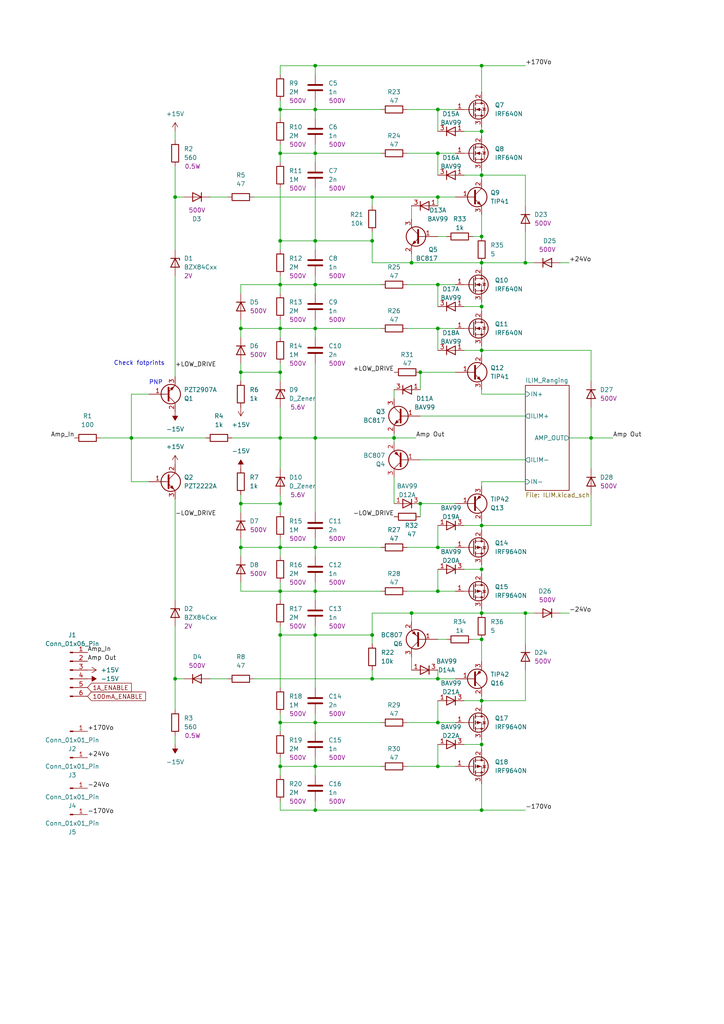
<source format=kicad_sch>
(kicad_sch (version 20231120) (generator "eeschema") (generator_version "8.0")
  (paper "A4" portrait)
  (title_block (title "DSMU A2 - Amplifier Board, Power Stage") (rev "DRAFT") (company "Fuckup Industries"))
  (lib_symbols
    (symbol "Connector:Conn_01x01_Pin" (pin_names (offset 1.016) hide)
      (property "Reference" "J" (at 0 2.54 0))
      (property "Value" "Conn_01x01_Pin" (at 0 -2.54 0))
      (symbol "Conn_01x01_Pin_1_1"
        (pin passive line (at 5.08 0 180) (length 3.81) (name "Pin_1") (number "1"))
      )
    )
    (symbol "Connector:Conn_01x06_Pin" (pin_names (offset 1.016) hide)
      (property "Reference" "J" (at 0 7.62 0))
      (property "Value" "Conn_01x06_Pin" (at 0 -10.16 0))
      (symbol "Conn_01x06_Pin_1_1"
        (pin passive line (at 5.08 5.08 180) (length 3.81) (name "Pin_1") (number "1"))
        (pin passive line (at 5.08 2.54 180) (length 3.81) (name "Pin_2") (number "2"))
        (pin passive line (at 5.08 0 180) (length 3.81) (name "Pin_3") (number "3"))
        (pin passive line (at 5.08 -2.54 180) (length 3.81) (name "Pin_4") (number "4"))
        (pin passive line (at 5.08 -5.08 180) (length 3.81) (name "Pin_5") (number "5"))
        (pin passive line (at 5.08 -7.62 180) (length 3.81) (name "Pin_6") (number "6"))
      )
    )
    (symbol "Device:C" (pin_numbers hide) (pin_names (offset 0.254))
      (property "Reference" "C" (at 0.635 2.54 0))
      (property "Value" "C" (at 0.635 -2.54 0))
      (symbol "C_1_1"
        (pin passive line (at 0 3.81 270) (length 2.794) (name "~") (number "1"))
        (pin passive line (at 0 -3.81 90) (length 2.794) (name "~") (number "2"))
      )
    )
    (symbol "Device:D" (pin_numbers hide) (pin_names (offset 1.016) hide)
      (property "Reference" "D" (at 0 2.54 0))
      (property "Value" "D" (at 0 -2.54 0))
      (symbol "D_1_1"
        (pin passive line (at -3.81 0 0) (length 2.54) (name "K") (number "1"))
        (pin passive line (at 3.81 0 180) (length 2.54) (name "A") (number "2"))
      )
    )
    (symbol "Device:D_Dual_Series_AKC_Split" (pin_names (offset 0.762) hide)
      (property "Reference" "D" (at 0 2.54 0))
      (property "Value" "D_Dual_Series_AKC_Split" (at 0 -2.54 0))
      (symbol "D_Dual_Series_AKC_Split_0_1"
        (pin passive line (at 3.81 0 180) (length 2.54) (name "K") (number "3"))
      )
      (symbol "D_Dual_Series_AKC_Split_1_1"
        (pin passive line (at -3.81 0 0) (length 2.54) (name "A") (number "1"))
      )
      (symbol "D_Dual_Series_AKC_Split_2_1"
        (pin passive line (at -3.81 0 0) (length 2.54) (name "K") (number "2"))
      )
    )
    (symbol "Device:D_Zener" (pin_numbers hide) (pin_names (offset 1.016) hide)
      (property "Reference" "D" (at 0 2.54 0))
      (property "Value" "D_Zener" (at 0 -2.54 0))
      (symbol "D_Zener_1_1"
        (pin passive line (at -3.81 0 0) (length 2.54) (name "K") (number "1"))
        (pin passive line (at 3.81 0 180) (length 2.54) (name "A") (number "2"))
      )
    )
    (symbol "Device:R" (pin_numbers hide) (pin_names (offset 0))
      (property "Reference" "R" (at 2.032 0 90))
      (property "Value" "R" (at 0 0 90))
      (symbol "R_1_1"
        (pin passive line (at 0 3.81 270) (length 1.27) (name "~") (number "1"))
        (pin passive line (at 0 -3.81 90) (length 1.27) (name "~") (number "2"))
      )
    )
    (symbol "Diode:BZX84Cxx" (pin_numbers hide) (pin_names hide)
      (property "Reference" "D" (at 0 3.81 0))
      (property "Value" "BZX84Cxx" (at 0 -3.81 0))
      (symbol "BZX84Cxx_1_1"
        (pin passive line (at 3.81 0 180) (length 2.54) (name "A") (number "1"))
        (pin no_connect line (at 1.27 0 180) (length 2.54) hide (name "NC") (number "2"))
        (pin passive line (at -3.81 0 0) (length 2.54) (name "K") (number "3"))
      )
    )
    (symbol "Transistor_BJT:BC807" (pin_names (offset 0) hide)
      (property "Reference" "Q" (at 5.08 1.905 0))
      (property "Value" "BC807" (at 5.08 0 0))
      (symbol "BC807_1_1"
        (pin input line (at -5.08 0 0) (length 5.715) (name "B") (number "1"))
        (pin passive line (at 2.54 -5.08 90) (length 2.54) (name "E") (number "2"))
        (pin passive line (at 2.54 5.08 270) (length 2.54) (name "C") (number "3"))
      )
    )
    (symbol "Transistor_BJT:BC817" (pin_names (offset 0) hide)
      (property "Reference" "Q" (at 5.08 1.905 0))
      (property "Value" "BC817" (at 5.08 0 0))
      (symbol "BC817_1_1"
        (pin input line (at -5.08 0 0) (length 5.715) (name "B") (number "1"))
        (pin passive line (at 2.54 -5.08 90) (length 2.54) (name "E") (number "2"))
        (pin passive line (at 2.54 5.08 270) (length 2.54) (name "C") (number "3"))
      )
    )
    (symbol "Transistor_BJT:PZT2222A" (pin_names (offset 0) hide)
      (property "Reference" "Q" (at 5.08 1.905 0))
      (property "Value" "PZT2222A" (at 5.08 0 0))
      (symbol "PZT2222A_1_1"
        (pin input line (at -5.08 0 0) (length 5.08) (name "B") (number "1"))
        (pin passive line (at 2.54 5.08 270) (length 2.54) (name "C") (number "2"))
        (pin passive line (at 2.54 -5.08 90) (length 2.54) (name "E") (number "3"))
      )
    )
    (symbol "Transistor_BJT:TIP41" (pin_names (offset 0) hide)
      (property "Reference" "Q" (at 6.35 1.905 0))
      (property "Value" "TIP41" (at 6.35 0 0))
      (symbol "TIP41_1_1"
        (pin input line (at -5.08 0 0) (length 5.715) (name "B") (number "1"))
        (pin passive line (at 2.54 5.08 270) (length 2.54) (name "C") (number "2"))
        (pin passive line (at 2.54 -5.08 90) (length 2.54) (name "E") (number "3"))
      )
    )
    (symbol "Transistor_BJT:TIP42" (pin_names (offset 0) hide)
      (property "Reference" "Q" (at 6.35 1.905 0))
      (property "Value" "TIP42" (at 6.35 0 0))
      (symbol "TIP42_1_1"
        (pin input line (at -5.08 0 0) (length 5.715) (name "B") (number "1"))
        (pin passive line (at 2.54 5.08 270) (length 2.54) (name "C") (number "2"))
        (pin passive line (at 2.54 -5.08 90) (length 2.54) (name "E") (number "3"))
      )
    )
    (symbol "Transistor_FET:IRF540N" (pin_names hide)
      (property "Reference" "Q" (at 6.35 1.905 0))
      (property "Value" "IRF540N" (at 6.35 0 0))
      (symbol "IRF540N_1_1"
        (pin input line (at -5.08 0 0) (length 2.54) (name "G") (number "1"))
        (pin passive line (at 2.54 5.08 270) (length 2.54) (name "D") (number "2"))
        (pin passive line (at 2.54 -5.08 90) (length 2.54) (name "S") (number "3"))
      )
    )
    (symbol "Transistor_FET:IRF9540N" (pin_names hide)
      (property "Reference" "Q" (at 5.08 1.905 0))
      (property "Value" "IRF9540N" (at 5.08 0 0))
      (symbol "IRF9540N_1_1"
        (pin input line (at -5.08 0 0) (length 2.54) (name "G") (number "1"))
        (pin passive line (at 2.54 5.08 270) (length 2.54) (name "D") (number "2"))
        (pin passive line (at 2.54 -5.08 90) (length 2.54) (name "S") (number "3"))
      )
    )
    (symbol "power:+15V" (power) (pin_names (offset 0))
      (property "Value" "+15V" (at 0 3.556 0))
      (symbol "+15V_1_1"
        (pin power_in line (at 0 0 90) (length 0) hide (name "+15V") (number "1"))
      )
    )
    (symbol "power:-15V" (power) (pin_names (offset 0))
      (property "Value" "-15V" (at 0 3.81 0))
      (symbol "-15V_0_0"
        (pin power_in line (at 0 0 90) (length 0) hide (name "-15V") (number "1"))
      )
    )
  )
  (junction (at 91.44 19.05))
  (junction (at 81.28 31.75))
  (junction (at 127 209.55))
  (junction (at 81.28 69.85))
  (junction (at 139.7 101.6))
  (junction (at 81.28 107.95))
  (junction (at 50.8 57.15))
  (junction (at 107.95 57.15))
  (junction (at 69.85 107.95))
  (junction (at 139.7 215.9))
  (junction (at 81.28 127))
  (junction (at 139.7 234.95))
  (junction (at 119.38 177.8))
  (junction (at 127 31.75))
  (junction (at 119.38 76.2))
  (junction (at 91.44 31.75))
  (junction (at 69.85 158.75))
  (junction (at 127 95.25))
  (junction (at 139.7 19.05))
  (junction (at 127 158.75))
  (junction (at 152.4 76.2))
  (junction (at 81.28 222.25))
  (junction (at 127 222.25))
  (junction (at 91.44 171.45))
  (junction (at 91.44 209.55))
  (junction (at 81.28 95.25))
  (junction (at 91.44 69.85))
  (junction (at 107.95 69.85))
  (junction (at 107.95 184.15))
  (junction (at 81.28 158.75))
  (junction (at 171.45 127))
  (junction (at 139.7 68.58))
  (junction (at 139.7 165.1))
  (junction (at 81.28 209.55))
  (junction (at 81.28 171.45))
  (junction (at 127 196.85))
  (junction (at 127 171.45))
  (junction (at 69.85 146.05))
  (junction (at 121.92 146.05))
  (junction (at 91.44 82.55))
  (junction (at 38.1 127))
  (junction (at 91.44 184.15))
  (junction (at 91.44 127))
  (junction (at 107.95 196.85))
  (junction (at 121.92 107.95))
  (junction (at 139.7 177.8))
  (junction (at 69.85 95.25))
  (junction (at 139.7 203.2))
  (junction (at 139.7 38.1))
  (junction (at 50.8 196.85))
  (junction (at 114.3 127))
  (junction (at 127 44.45))
  (junction (at 81.28 146.05))
  (junction (at 91.44 44.45))
  (junction (at 91.44 234.95))
  (junction (at 91.44 158.75))
  (junction (at 139.7 76.2))
  (junction (at 81.28 184.15))
  (junction (at 91.44 222.25))
  (junction (at 127 57.15))
  (junction (at 139.7 185.42))
  (junction (at 81.28 44.45))
  (junction (at 127 82.55))
  (junction (at 139.7 50.8))
  (junction (at 152.4 177.8))
  (junction (at 139.7 88.9))
  (junction (at 139.7 152.4))
  (junction (at 91.44 95.25))
  (junction (at 81.28 82.55))
  (wire (pts (xy 127 171.45) (xy 132.08 171.45)))
  (wire (pts (xy 81.28 19.05) (xy 91.44 19.05)))
  (wire (pts (xy 81.28 107.95) (xy 81.28 110.49)))
  (wire (pts (xy 69.85 107.95) (xy 69.85 110.49)))
  (wire (pts (xy 107.95 76.2) (xy 119.38 76.2)))
  (wire (pts (xy 81.28 29.21) (xy 81.28 31.75)))
  (wire (pts (xy 139.7 176.53) (xy 139.7 177.8)))
  (wire (pts (xy 81.28 69.85) (xy 81.28 72.39)))
  (wire (pts (xy 81.28 171.45) (xy 81.28 173.99)))
  (wire (pts (xy 139.7 76.2) (xy 152.4 76.2)))
  (wire (pts (xy 91.44 41.91) (xy 91.44 44.45)))
  (wire (pts (xy 81.28 31.75) (xy 91.44 31.75)))
  (wire (pts (xy 127 196.85) (xy 132.08 196.85)))
  (wire (pts (xy 50.8 57.15) (xy 50.8 72.39)))
  (wire (pts (xy 91.44 44.45) (xy 91.44 46.99)))
  (wire (pts (xy 127 209.55) (xy 132.08 209.55)))
  (wire (pts (xy 134.62 203.2) (xy 139.7 203.2)))
  (wire (pts (xy 127 44.45) (xy 132.08 44.45)))
  (wire (pts (xy 50.8 48.26) (xy 50.8 57.15)))
  (wire (pts (xy 91.44 54.61) (xy 91.44 69.85)))
  (wire (pts (xy 91.44 219.71) (xy 91.44 222.25)))
  (wire (pts (xy 81.28 207.01) (xy 81.28 209.55)))
  (wire (pts (xy 162.56 177.8) (xy 165.1 177.8)))
  (wire (pts (xy 139.7 152.4) (xy 139.7 153.67)))
  (wire (pts (xy 91.44 171.45) (xy 110.49 171.45)))
  (wire (pts (xy 91.44 209.55) (xy 110.49 209.55)))
  (wire (pts (xy 171.45 101.6) (xy 139.7 101.6)))
  (wire (pts (xy 81.28 31.75) (xy 81.28 34.29)))
  (wire (pts (xy 107.95 196.85) (xy 127 196.85)))
  (wire (pts (xy 81.28 41.91) (xy 81.28 44.45)))
  (wire (pts (xy 118.11 31.75) (xy 127 31.75)))
  (wire (pts (xy 114.3 127) (xy 120.65 127)))
  (wire (pts (xy 50.8 181.61) (xy 50.8 196.85)))
  (wire (pts (xy 91.44 97.79) (xy 91.44 95.25)))
  (wire (pts (xy 50.8 196.85) (xy 50.8 205.74)))
  (wire (pts (xy 121.92 146.05) (xy 132.08 146.05)))
  (wire (pts (xy 81.28 234.95) (xy 81.28 232.41)))
  (wire (pts (xy 81.28 80.01) (xy 81.28 82.55)))
  (wire (pts (xy 127 152.4) (xy 127 158.75)))
  (wire (pts (xy 91.44 105.41) (xy 91.44 127)))
  (wire (pts (xy 81.28 127) (xy 81.28 135.89)))
  (wire (pts (xy 127 31.75) (xy 132.08 31.75)))
  (wire (pts (xy 91.44 158.75) (xy 91.44 161.29)))
  (wire (pts (xy 121.92 107.95) (xy 132.08 107.95)))
  (wire (pts (xy 50.8 144.78) (xy 50.8 173.99)))
  (wire (pts (xy 69.85 156.21) (xy 69.85 158.75)))
  (wire (pts (xy 91.44 95.25) (xy 91.44 92.71)))
  (wire (pts (xy 139.7 50.8) (xy 152.4 50.8)))
  (wire (pts (xy 81.28 146.05) (xy 81.28 148.59)))
  (wire (pts (xy 139.7 36.83) (xy 139.7 38.1)))
  (wire (pts (xy 134.62 38.1) (xy 139.7 38.1)))
  (wire (pts (xy 91.44 222.25) (xy 110.49 222.25)))
  (wire (pts (xy 171.45 127) (xy 177.8 127)))
  (wire (pts (xy 50.8 57.15) (xy 53.34 57.15)))
  (wire (pts (xy 67.31 127) (xy 81.28 127)))
  (wire (pts (xy 91.44 234.95) (xy 81.28 234.95)))
  (wire (pts (xy 107.95 184.15) (xy 107.95 186.69)))
  (wire (pts (xy 73.66 57.15) (xy 107.95 57.15)))
  (wire (pts (xy 81.28 158.75) (xy 91.44 158.75)))
  (wire (pts (xy 139.7 87.63) (xy 139.7 88.9)))
  (wire (pts (xy 81.28 168.91) (xy 81.28 171.45)))
  (wire (pts (xy 91.44 95.25) (xy 110.49 95.25)))
  (wire (pts (xy 69.85 171.45) (xy 69.85 168.91)))
  (wire (pts (xy 91.44 69.85) (xy 81.28 69.85)))
  (wire (pts (xy 69.85 105.41) (xy 69.85 107.95)))
  (wire (pts (xy 91.44 212.09) (xy 91.44 209.55)))
  (wire (pts (xy 127 82.55) (xy 127 88.9)))
  (wire (pts (xy 127 222.25) (xy 132.08 222.25)))
  (wire (pts (xy 139.7 100.33) (xy 139.7 101.6)))
  (wire (pts (xy 127 59.69) (xy 127 57.15)))
  (wire (pts (xy 38.1 127) (xy 59.69 127)))
  (wire (pts (xy 171.45 118.11) (xy 171.45 127)))
  (wire (pts (xy 139.7 152.4) (xy 171.45 152.4)))
  (wire (pts (xy 91.44 44.45) (xy 110.49 44.45)))
  (wire (pts (xy 127 185.42) (xy 129.54 185.42)))
  (wire (pts (xy 91.44 232.41) (xy 91.44 234.95)))
  (wire (pts (xy 152.4 67.31) (xy 152.4 76.2)))
  (wire (pts (xy 139.7 151.13) (xy 139.7 152.4)))
  (wire (pts (xy 139.7 177.8) (xy 152.4 177.8)))
  (wire (pts (xy 137.16 68.58) (xy 139.7 68.58)))
  (wire (pts (xy 139.7 49.53) (xy 139.7 50.8)))
  (wire (pts (xy 152.4 177.8) (xy 154.94 177.8)))
  (wire (pts (xy 127 82.55) (xy 132.08 82.55)))
  (wire (pts (xy 139.7 177.8) (xy 119.38 177.8)))
  (wire (pts (xy 127 44.45) (xy 127 50.8)))
  (wire (pts (xy 127 203.2) (xy 127 209.55)))
  (wire (pts (xy 91.44 69.85) (xy 91.44 72.39)))
  (wire (pts (xy 118.11 44.45) (xy 127 44.45)))
  (wire (pts (xy 81.28 95.25) (xy 91.44 95.25)))
  (wire (pts (xy 121.92 120.65) (xy 152.4 120.65)))
  (wire (pts (xy 121.92 149.86) (xy 121.92 146.05)))
  (wire (pts (xy 118.11 82.55) (xy 127 82.55)))
  (wire (pts (xy 139.7 101.6) (xy 139.7 102.87)))
  (wire (pts (xy 81.28 158.75) (xy 81.28 161.29)))
  (wire (pts (xy 91.44 184.15) (xy 91.44 199.39)))
  (wire (pts (xy 152.4 50.8) (xy 152.4 59.69)))
  (wire (pts (xy 114.3 127) (xy 114.3 128.27)))
  (wire (pts (xy 119.38 76.2) (xy 119.38 73.66)))
  (wire (pts (xy 139.7 26.67) (xy 139.7 19.05)))
  (wire (pts (xy 107.95 59.69) (xy 107.95 57.15)))
  (wire (pts (xy 165.1 127) (xy 171.45 127)))
  (wire (pts (xy 81.28 97.79) (xy 81.28 95.25)))
  (wire (pts (xy 73.66 196.85) (xy 107.95 196.85)))
  (wire (pts (xy 114.3 125.73) (xy 114.3 127)))
  (wire (pts (xy 127 165.1) (xy 127 171.45)))
  (wire (pts (xy 81.28 222.25) (xy 81.28 224.79)))
  (wire (pts (xy 50.8 213.36) (xy 50.8 215.9)))
  (wire (pts (xy 139.7 62.23) (xy 139.7 68.58)))
  (wire (pts (xy 139.7 114.3) (xy 152.4 114.3)))
  (wire (pts (xy 127 31.75) (xy 127 38.1)))
  (wire (pts (xy 69.85 95.25) (xy 69.85 97.79)))
  (wire (pts (xy 91.44 168.91) (xy 91.44 171.45)))
  (wire (pts (xy 69.85 146.05) (xy 81.28 146.05)))
  (wire (pts (xy 134.62 165.1) (xy 139.7 165.1)))
  (wire (pts (xy 91.44 207.01) (xy 91.44 209.55)))
  (wire (pts (xy 118.11 95.25) (xy 127 95.25)))
  (wire (pts (xy 50.8 196.85) (xy 53.34 196.85)))
  (wire (pts (xy 171.45 110.49) (xy 171.45 101.6)))
  (wire (pts (xy 139.7 88.9) (xy 139.7 90.17)))
  (wire (pts (xy 81.28 143.51) (xy 81.28 146.05)))
  (wire (pts (xy 134.62 101.6) (xy 139.7 101.6)))
  (wire (pts (xy 139.7 227.33) (xy 139.7 234.95)))
  (wire (pts (xy 91.44 80.01) (xy 91.44 82.55)))
  (wire (pts (xy 139.7 185.42) (xy 139.7 191.77)))
  (wire (pts (xy 81.28 209.55) (xy 81.28 212.09)))
  (wire (pts (xy 81.28 158.75) (xy 81.28 156.21)))
  (wire (pts (xy 81.28 82.55) (xy 91.44 82.55)))
  (wire (pts (xy 81.28 92.71) (xy 81.28 95.25)))
  (wire (pts (xy 127 95.25) (xy 132.08 95.25)))
  (wire (pts (xy 114.3 113.03) (xy 114.3 115.57)))
  (wire (pts (xy 91.44 222.25) (xy 91.44 224.79)))
  (wire (pts (xy 81.28 171.45) (xy 91.44 171.45)))
  (wire (pts (xy 107.95 194.31) (xy 107.95 196.85)))
  (wire (pts (xy 139.7 214.63) (xy 139.7 215.9)))
  (wire (pts (xy 91.44 34.29) (xy 91.44 31.75)))
  (wire (pts (xy 139.7 201.93) (xy 139.7 203.2)))
  (wire (pts (xy 127 68.58) (xy 129.54 68.58)))
  (wire (pts (xy 139.7 203.2) (xy 152.4 203.2)))
  (wire (pts (xy 162.56 76.2) (xy 165.1 76.2)))
  (wire (pts (xy 139.7 76.2) (xy 119.38 76.2)))
  (wire (pts (xy 81.28 54.61) (xy 81.28 69.85)))
  (wire (pts (xy 69.85 158.75) (xy 69.85 161.29)))
  (wire (pts (xy 69.85 92.71) (xy 69.85 95.25)))
  (wire (pts (xy 69.85 107.95) (xy 81.28 107.95)))
  (wire (pts (xy 119.38 177.8) (xy 119.38 180.34)))
  (wire (pts (xy 81.28 219.71) (xy 81.28 222.25)))
  (wire (pts (xy 91.44 127) (xy 91.44 148.59)))
  (wire (pts (xy 91.44 85.09) (xy 91.44 82.55)))
  (wire (pts (xy 50.8 80.01) (xy 50.8 109.22)))
  (wire (pts (xy 137.16 185.42) (xy 139.7 185.42)))
  (wire (pts (xy 139.7 203.2) (xy 139.7 204.47)))
  (wire (pts (xy 91.44 69.85) (xy 107.95 69.85)))
  (wire (pts (xy 134.62 215.9) (xy 139.7 215.9)))
  (wire (pts (xy 91.44 31.75) (xy 110.49 31.75)))
  (wire (pts (xy 118.11 209.55) (xy 127 209.55)))
  (wire (pts (xy 91.44 82.55) (xy 110.49 82.55)))
  (wire (pts (xy 139.7 165.1) (xy 139.7 166.37)))
  (wire (pts (xy 118.11 171.45) (xy 127 171.45)))
  (wire (pts (xy 139.7 77.47) (xy 139.7 76.2)))
  (wire (pts (xy 50.8 38.1) (xy 50.8 40.64)))
  (wire (pts (xy 81.28 184.15) (xy 91.44 184.15)))
  (wire (pts (xy 118.11 158.75) (xy 127 158.75)))
  (wire (pts (xy 121.92 113.03) (xy 121.92 107.95)))
  (wire (pts (xy 139.7 140.97) (xy 139.7 139.7)))
  (wire (pts (xy 81.28 21.59) (xy 81.28 19.05)))
  (wire (pts (xy 127 57.15) (xy 132.08 57.15)))
  (wire (pts (xy 171.45 152.4) (xy 171.45 143.51)))
  (wire (pts (xy 91.44 171.45) (xy 91.44 173.99)))
  (wire (pts (xy 38.1 139.7) (xy 43.18 139.7)))
  (wire (pts (xy 121.92 133.35) (xy 152.4 133.35)))
  (wire (pts (xy 81.28 209.55) (xy 91.44 209.55)))
  (wire (pts (xy 107.95 67.31) (xy 107.95 69.85)))
  (wire (pts (xy 152.4 76.2) (xy 154.94 76.2)))
  (wire (pts (xy 29.21 127) (xy 38.1 127)))
  (wire (pts (xy 139.7 38.1) (xy 139.7 39.37)))
  (wire (pts (xy 171.45 127) (xy 171.45 135.89)))
  (wire (pts (xy 60.96 196.85) (xy 66.04 196.85)))
  (wire (pts (xy 81.28 105.41) (xy 81.28 107.95)))
  (wire (pts (xy 81.28 127) (xy 91.44 127)))
  (wire (pts (xy 127 194.31) (xy 127 196.85)))
  (wire (pts (xy 134.62 88.9) (xy 139.7 88.9)))
  (wire (pts (xy 81.28 222.25) (xy 91.44 222.25)))
  (wire (pts (xy 81.28 171.45) (xy 69.85 171.45)))
  (wire (pts (xy 119.38 190.5) (xy 119.38 194.31)))
  (wire (pts (xy 91.44 181.61) (xy 91.44 184.15)))
  (wire (pts (xy 69.85 85.09) (xy 69.85 82.55)))
  (wire (pts (xy 114.3 138.43) (xy 114.3 146.05)))
  (wire (pts (xy 134.62 50.8) (xy 139.7 50.8)))
  (wire (pts (xy 91.44 19.05) (xy 91.44 21.59)))
  (wire (pts (xy 139.7 163.83) (xy 139.7 165.1)))
  (wire (pts (xy 107.95 177.8) (xy 119.38 177.8)))
  (wire (pts (xy 139.7 215.9) (xy 139.7 217.17)))
  (wire (pts (xy 69.85 82.55) (xy 81.28 82.55)))
  (wire (pts (xy 134.62 152.4) (xy 139.7 152.4)))
  (wire (pts (xy 107.95 57.15) (xy 127 57.15)))
  (wire (pts (xy 127 215.9) (xy 127 222.25)))
  (wire (pts (xy 38.1 127) (xy 38.1 139.7)))
  (wire (pts (xy 119.38 59.69) (xy 119.38 63.5)))
  (wire (pts (xy 81.28 184.15) (xy 81.28 199.39)))
  (wire (pts (xy 91.44 158.75) (xy 110.49 158.75)))
  (wire (pts (xy 127 158.75) (xy 132.08 158.75)))
  (wire (pts (xy 81.28 44.45) (xy 81.28 46.99)))
  (wire (pts (xy 81.28 44.45) (xy 91.44 44.45)))
  (wire (pts (xy 107.95 184.15) (xy 107.95 177.8)))
  (wire (pts (xy 91.44 127) (xy 114.3 127)))
  (wire (pts (xy 139.7 50.8) (xy 139.7 52.07)))
  (wire (pts (xy 60.96 57.15) (xy 66.04 57.15)))
  (wire (pts (xy 127 95.25) (xy 127 101.6)))
  (wire (pts (xy 139.7 19.05) (xy 152.4 19.05)))
  (wire (pts (xy 69.85 146.05) (xy 69.85 148.59)))
  (wire (pts (xy 69.85 95.25) (xy 81.28 95.25)))
  (wire (pts (xy 139.7 234.95) (xy 152.4 234.95)))
  (wire (pts (xy 91.44 184.15) (xy 107.95 184.15)))
  (wire (pts (xy 38.1 114.3) (xy 38.1 127)))
  (wire (pts (xy 69.85 146.05) (xy 69.85 143.51)))
  (wire (pts (xy 152.4 203.2) (xy 152.4 194.31)))
  (wire (pts (xy 43.18 114.3) (xy 38.1 114.3)))
  (wire (pts (xy 118.11 222.25) (xy 127 222.25)))
  (wire (pts (xy 91.44 29.21) (xy 91.44 31.75)))
  (wire (pts (xy 69.85 158.75) (xy 81.28 158.75)))
  (wire (pts (xy 139.7 19.05) (xy 91.44 19.05)))
  (wire (pts (xy 81.28 118.11) (xy 81.28 127)))
  (wire (pts (xy 139.7 113.03) (xy 139.7 114.3)))
  (wire (pts (xy 81.28 82.55) (xy 81.28 85.09)))
  (wire (pts (xy 81.28 181.61) (xy 81.28 184.15)))
  (wire (pts (xy 91.44 156.21) (xy 91.44 158.75)))
  (wire (pts (xy 152.4 177.8) (xy 152.4 186.69)))
  (wire (pts (xy 139.7 139.7) (xy 152.4 139.7)))
  (wire (pts (xy 107.95 69.85) (xy 107.95 76.2)))
  (wire (pts (xy 139.7 234.95) (xy 91.44 234.95)))
  (text "PNP\n" (at 43.18 111.76 0) (effects (font (size 1.27 1.27)) (justify left bottom)))
  (text "Check fotprints\n" (at 40.386 105.41 0) (effects (font (size 1.27 1.27))))
  (label "-170Vo" (at 152.4 234.95 0))
  (label "-170Vo" (at 25.4 236.22 0))
  (label "-LOW_DRIVE" (at 114.3 149.86 180))
  (label "Amp Out" (at 25.4 191.77 0))
  (label "+LOW_DRIVE" (at 114.3 107.95 180))
  (label "Amp Out" (at 120.65 127 0))
  (label "+170Vo" (at 152.4 19.05 0))
  (label "-24Vo" (at 165.1 177.8 0))
  (label "-24Vo" (at 25.4 228.6 0))
  (label "+24Vo" (at 165.1 76.2 0))
  (label "+LOW_DRIVE" (at 50.8 106.68 0))
  (label "Amp_In" (at 25.4 189.23 0))
  (label "Amp Out" (at 177.8 127 0))
  (label "+24Vo" (at 25.4 219.71 0))
  (label "-LOW_DRIVE" (at 50.8 149.86 0))
  (label "+170Vo" (at 25.4 212.09 0))
  (label "Amp_In" (at 21.59 127 180))
  (global_label "100mA_ENABLE" (shape input) (at 25.4 201.93 0) (property "Intersheetrefs" "${INTERSHEET_REFS}" (effects (hide yes))))
  (global_label "1A_ENABLE" (shape input) (at 25.4 199.39 0) (property "Intersheetrefs" "${INTERSHEET_REFS}" (effects (hide yes))))
  (symbol (lib_id "Device:R") (at 81.28 215.9 180) (unit 1)
    (property "Reference" "R19" (at 83.82 214.63 0) (effects (justify right)))
    (property "Value" "2M" (at 83.82 217.17 0) (effects (justify right)))
    (property "Footprint" "Resistor_SMD:R_1206_3216Metric" (effects (hide yes)))
    (property "Voltage Rating" "500V" (at 86.36 219.71 0))
  )
  (symbol (lib_id "Transistor_FET:IRF540N") (at 137.16 82.55 0) (unit 1)
    (property "Reference" "Q10" (at 143.51 81.28 0) (effects (justify left)))
    (property "Value" "IRF640N" (at 143.51 83.82 0) (effects (justify left)))
    (property "Footprint" "Package_TO_SOT_THT:TO-220-3_Vertical" (effects (hide yes)))
    (property "Datasheet" "http://www.irf.com/product-info/datasheets/data/irf640n.pdf" (effects (hide yes)))
  )
  (symbol (lib_id "Device:R") (at 81.28 25.4 180) (unit 1)
    (property "Reference" "R9" (at 83.82 24.13 0) (effects (justify right)))
    (property "Value" "2M" (at 83.82 26.67 0) (effects (justify right)))
    (property "Footprint" "Resistor_SMD:R_1206_3216Metric" (effects (hide yes)))
    (property "Voltage Rating" "500V" (at 86.36 29.21 0))
  )
  (symbol (lib_id "Device:D") (at 152.4 190.5 270) (unit 1)
    (property "Reference" "D24" (at 154.94 189.23 90) (effects (justify left)))
    (property "Value" "STTH1R06A " (effects (hide yes)))
    (property "Footprint" "Diode_SMD:D_SMA" (effects (hide yes)))
    (property "Volatage Rating" "500V" (at 157.48 191.77 90))
  )
  (symbol (lib_id "Device:R") (at 139.7 72.39 180) (unit 1)
    (property "Reference" "R35" (at 142.24 71.12 0) (effects (justify right)))
    (property "Value" "5" (at 142.24 73.66 0) (effects (justify right)))
    (property "Footprint" "Resistor_SMD:R_0603_1608Metric" (effects (hide yes)))
  )
  (symbol (lib_id "Device:D_Dual_Series_AKC_Split") (at 130.81 101.6 180) (unit 1)
    (property "Reference" "D18" (at 130.81 96.52 0))
    (property "Value" "BAV99" (at 130.81 99.06 0))
    (property "Footprint" "Package_TO_SOT_SMD:SOT-23-3" (effects (hide yes)))
  )
  (symbol (lib_id "Device:C") (at 91.44 38.1 0) (unit 1)
    (property "Reference" "C6" (at 95.25 36.83 0) (effects (justify left)))
    (property "Value" "1n" (at 95.25 39.37 0) (effects (justify left)))
    (property "Footprint" "Capacitor_SMD:C_1206_3216Metric" (effects (hide yes)))
    (property "Voltage Rating" "500V" (at 97.79 41.91 0))
  )
  (symbol (lib_id "Device:R") (at 50.8 209.55 0) (unit 1)
    (property "Reference" "R3" (at 53.34 208.28 0) (effects (justify left)))
    (property "Value" "560" (at 53.34 210.82 0) (effects (justify left)))
    (property "Footprint" "Resistor_SMD:R_1206_3216Metric" (effects (hide yes)))
    (property "Power Rating" "0.5W" (at 55.88 213.36 0))
  )
  (symbol (lib_id "Device:D_Dual_Series_AKC_Split") (at 130.81 165.1 0) (unit 1)
    (property "Reference" "D20" (at 130.81 162.56 0))
    (property "Value" "BAV99" (at 130.81 160.02 0))
    (property "Footprint" "Package_TO_SOT_SMD:SOT-23-3" (effects (hide yes)))
  )
  (symbol (lib_id "Transistor_BJT:BC817") (at 116.84 120.65 0) (mirror y) (unit 1)
    (property "Reference" "Q3" (at 111.76 119.38 0) (effects (justify left)))
    (property "Value" "BC817" (at 111.76 121.92 0) (effects (justify left)))
    (property "Footprint" "Package_TO_SOT_SMD:SOT-23" (effects (hide yes)))
    (property "Datasheet" "https://www.onsemi.com/pub/Collateral/BC818-D.pdf" (effects (hide yes)))
  )
  (symbol (lib_id "Device:R") (at 133.35 68.58 90) (unit 1)
    (property "Reference" "R33" (at 133.35 63.5 90))
    (property "Value" "1k" (at 133.35 66.04 90))
    (property "Footprint" "Resistor_SMD:R_0603_1608Metric" (effects (hide yes)))
  )
  (symbol (lib_id "Diode:BZX84Cxx") (at 50.8 177.8 270) (unit 1)
    (property "Reference" "D2" (at 53.34 176.53 90) (effects (justify left)))
    (property "Value" "BZX84Cxx" (at 53.34 179.07 90) (effects (justify left)))
    (property "Footprint" "Package_TO_SOT_SMD:SOT-23" (effects (hide yes)))
    (property "Datasheet" "https://diotec.com/tl_files/diotec/files/pdf/datasheets/bzx84c2v4.pdf" (effects (hide yes)))
    (property "Zener Voltage" "2V" (at 54.61 181.61 90))
  )
  (symbol (lib_id "Device:R") (at 81.28 101.6 180) (unit 1)
    (property "Reference" "R14" (at 83.82 100.33 0) (effects (justify right)))
    (property "Value" "1M" (at 83.82 102.87 0) (effects (justify right)))
    (property "Footprint" "Resistor_SMD:R_1206_3216Metric" (effects (hide yes)))
    (property "Voltage Rating" "500V" (at 86.36 105.41 0))
  )
  (symbol (lib_id "Connector:Conn_01x01_Pin") (at 20.32 236.22 0) (unit 1)
    (property "Reference" "J5" (at 20.955 241.3 0))
    (property "Value" "Conn_01x01_Pin" (at 20.955 238.76 0))
    (property "Footprint" "Connector_PinHeader_2.54mm:PinHeader_1x01_P2.54mm_Vertical" (effects (hide yes)))
  )
  (symbol (lib_id "Device:D_Dual_Series_AKC_Split") (at 130.81 215.9 0) (unit 1)
    (property "Reference" "D22" (at 130.81 213.36 0))
    (property "Value" "BAV99" (at 130.81 210.82 0))
    (property "Footprint" "Package_TO_SOT_SMD:SOT-23-3" (effects (hide yes)))
  )
  (symbol (lib_id "Device:D_Dual_Series_AKC_Split") (at 123.19 194.31 0) (unit 1)
    (property "Reference" "D14" (at 129.54 194.31 0))
    (property "Value" "BAV99" (at 129.54 191.77 0))
    (property "Footprint" "Package_TO_SOT_SMD:SOT-23-3" (effects (hide yes)))
  )
  (symbol (lib_id "Transistor_BJT:BC807") (at 116.84 133.35 180) (unit 1)
    (property "Reference" "Q4" (at 111.76 134.62 0) (effects (justify left)))
    (property "Value" "BC807" (at 111.76 132.08 0) (effects (justify left)))
    (property "Footprint" "Package_TO_SOT_SMD:SOT-23" (effects (hide yes)))
    (property "Datasheet" "https://www.onsemi.com/pub/Collateral/BC808-D.pdf" (effects (hide yes)))
  )
  (symbol (lib_id "power:-15V") (at 25.4 196.85 270) (unit 1)
    (property "Reference" "#PWR02" (effects (hide yes)))
    (property "Value" "-15V" (at 29.21 196.85 90) (effects (justify left)))
  )
  (symbol (lib_id "Device:R") (at 118.11 107.95 90) (unit 1)
    (property "Reference" "R31" (at 118.11 102.87 90))
    (property "Value" "47" (at 118.11 105.41 90))
    (property "Footprint" "Resistor_SMD:R_0603_1608Metric" (effects (hide yes)))
  )
  (symbol (lib_id "Device:C") (at 91.44 228.6 0) (unit 1)
    (property "Reference" "C16" (at 95.25 227.33 0) (effects (justify left)))
    (property "Value" "1n" (at 95.25 229.87 0) (effects (justify left)))
    (property "Footprint" "Capacitor_SMD:C_1206_3216Metric" (effects (hide yes)))
    (property "Voltage Rating" "500V" (at 97.79 232.41 0))
  )
  (symbol (lib_id "Device:R") (at 69.85 114.3 0) (unit 1)
    (property "Reference" "R6" (at 72.39 113.03 0) (effects (justify left)))
    (property "Value" "1k" (at 72.39 115.57 0) (effects (justify left)))
    (property "Footprint" "Resistor_SMD:R_0603_1608Metric" (effects (hide yes)))
  )
  (symbol (lib_id "Device:R") (at 118.11 149.86 90) (unit 1)
    (property "Reference" "R32" (at 119.38 152.4 90))
    (property "Value" "47" (at 119.38 154.94 90))
    (property "Footprint" "Resistor_SMD:R_0603_1608Metric" (effects (hide yes)))
  )
  (symbol (lib_id "Device:C") (at 91.44 76.2 0) (unit 1)
    (property "Reference" "C8" (at 95.25 74.93 0) (effects (justify left)))
    (property "Value" "1n" (at 95.25 77.47 0) (effects (justify left)))
    (property "Footprint" "Capacitor_SMD:C_1206_3216Metric" (effects (hide yes)))
    (property "Voltage Rating" "500V" (at 97.79 80.01 0))
  )
  (symbol (lib_id "Device:D_Dual_Series_AKC_Split") (at 130.81 203.2 0) (unit 1)
    (property "Reference" "D21" (at 130.81 200.66 0))
    (property "Value" "BAV99" (at 130.81 198.12 0))
    (property "Footprint" "Package_TO_SOT_SMD:SOT-23-3" (effects (hide yes)))
  )
  (symbol (lib_id "Device:R") (at 69.85 196.85 90) (unit 1)
    (property "Reference" "R8" (at 69.85 190.5 90))
    (property "Value" "47" (at 69.85 193.04 90))
    (property "Footprint" "Resistor_SMD:R_0603_1608Metric" (effects (hide yes)))
  )
  (symbol (lib_id "power:-15V") (at 50.8 215.9 180) (unit 1)
    (property "Reference" "#PWR06" (effects (hide yes)))
    (property "Value" "-15V" (at 50.8 220.98 0))
  )
  (symbol (lib_id "Device:R") (at 114.3 44.45 90) (unit 1)
    (property "Reference" "R24" (at 114.3 39.37 90))
    (property "Value" "47" (at 114.3 41.91 90))
    (property "Footprint" "Resistor_SMD:R_0603_1608Metric" (effects (hide yes)))
  )
  (symbol (lib_id "Transistor_FET:IRF540N") (at 137.16 31.75 0) (unit 1)
    (property "Reference" "Q7" (at 143.51 30.48 0) (effects (justify left)))
    (property "Value" "IRF640N" (at 143.51 33.02 0) (effects (justify left)))
    (property "Footprint" "Package_TO_SOT_THT:TO-220-3_Vertical" (effects (hide yes)))
    (property "Datasheet" "http://www.irf.com/product-info/datasheets/data/irf640n.pdf" (effects (hide yes)))
  )
  (symbol (lib_id "Device:R") (at 81.28 50.8 180) (unit 1)
    (property "Reference" "R11" (at 83.82 49.53 0) (effects (justify right)))
    (property "Value" "1M" (at 83.82 52.07 0) (effects (justify right)))
    (property "Footprint" "Resistor_SMD:R_1206_3216Metric" (effects (hide yes)))
    (property "Voltage Rating" "500V" (at 86.36 54.61 0))
  )
  (symbol (lib_id "Device:R") (at 114.3 158.75 90) (unit 1)
    (property "Reference" "R27" (at 114.3 153.67 90))
    (property "Value" "47" (at 114.3 156.21 90))
    (property "Footprint" "Resistor_SMD:R_0603_1608Metric" (effects (hide yes)))
  )
  (symbol (lib_id "Device:R") (at 81.28 228.6 180) (unit 1)
    (property "Reference" "R20" (at 83.82 227.33 0) (effects (justify right)))
    (property "Value" "2M" (at 83.82 229.87 0) (effects (justify right)))
    (property "Footprint" "Resistor_SMD:R_1206_3216Metric" (effects (hide yes)))
    (property "Voltage Rating" "500V" (at 86.36 232.41 0))
  )
  (symbol (lib_id "Connector:Conn_01x06_Pin") (at 20.32 194.31 0) (unit 1)
    (property "Reference" "J1" (at 20.955 184.15 0))
    (property "Value" "Conn_01x06_Pin" (at 20.955 186.69 0))
    (property "Footprint" "Connector_PinHeader_2.54mm:PinHeader_1x06_P2.54mm_Vertical" (effects (hide yes)))
  )
  (symbol (lib_id "Device:R") (at 81.28 76.2 180) (unit 1)
    (property "Reference" "R12" (at 83.82 74.93 0) (effects (justify right)))
    (property "Value" "2M" (at 83.82 77.47 0) (effects (justify right)))
    (property "Footprint" "Resistor_SMD:R_1206_3216Metric" (effects (hide yes)))
    (property "Voltage Rating" "500V" (at 86.36 80.01 0))
  )
  (symbol (lib_id "Device:R") (at 81.28 203.2 180) (unit 1)
    (property "Reference" "R18" (at 83.82 201.93 0) (effects (justify right)))
    (property "Value" "1M" (at 83.82 204.47 0) (effects (justify right)))
    (property "Footprint" "Resistor_SMD:R_1206_3216Metric" (effects (hide yes)))
    (property "Voltage Rating" "500V" (at 86.36 207.01 0))
  )
  (symbol (lib_id "Transistor_FET:IRF540N") (at 137.16 95.25 0) (unit 1)
    (property "Reference" "Q11" (at 143.51 93.98 0) (effects (justify left)))
    (property "Value" "IRF640N" (at 143.51 96.52 0) (effects (justify left)))
    (property "Footprint" "Package_TO_SOT_THT:TO-220-3_Vertical" (effects (hide yes)))
    (property "Datasheet" "http://www.irf.com/product-info/datasheets/data/irf640n.pdf" (effects (hide yes)))
  )
  (symbol (lib_id "Transistor_BJT:BC817") (at 121.92 68.58 0) (mirror y) (unit 1)
    (property "Reference" "Q5" (at 127 72.39 0) (effects (justify left)))
    (property "Value" "BC817" (at 127 74.93 0) (effects (justify left)))
    (property "Footprint" "Package_TO_SOT_SMD:SOT-23" (effects (hide yes)))
    (property "Datasheet" "https://www.onsemi.com/pub/Collateral/BC818-D.pdf" (effects (hide yes)))
  )
  (symbol (lib_id "Diode:BZX84Cxx") (at 50.8 76.2 270) (unit 1)
    (property "Reference" "D1" (at 53.34 74.93 90) (effects (justify left)))
    (property "Value" "BZX84Cxx" (at 53.34 77.47 90) (effects (justify left)))
    (property "Footprint" "Package_TO_SOT_SMD:SOT-23" (effects (hide yes)))
    (property "Datasheet" "https://diotec.com/tl_files/diotec/files/pdf/datasheets/bzx84c2v4.pdf" (effects (hide yes)))
    (property "Zener Voltage" "2V" (at 54.61 80.01 90))
  )
  (symbol (lib_id "Connector:Conn_01x01_Pin") (at 20.32 219.71 0) (unit 1)
    (property "Reference" "J3" (at 20.955 224.79 0))
    (property "Value" "Conn_01x01_Pin" (at 20.955 222.25 0))
    (property "Footprint" "Connector_PinHeader_2.54mm:PinHeader_1x01_P2.54mm_Vertical" (effects (hide yes)))
  )
  (symbol (lib_id "Device:R") (at 114.3 222.25 90) (unit 1)
    (property "Reference" "R30" (at 114.3 217.17 90))
    (property "Value" "47" (at 114.3 219.71 90))
    (property "Footprint" "Resistor_SMD:R_0603_1608Metric" (effects (hide yes)))
  )
  (symbol (lib_id "Device:R") (at 81.28 165.1 180) (unit 1)
    (property "Reference" "R16" (at 83.82 163.83 0) (effects (justify right)))
    (property "Value" "2M" (at 83.82 166.37 0) (effects (justify right)))
    (property "Footprint" "Resistor_SMD:R_1206_3216Metric" (effects (hide yes)))
    (property "Voltage Rating" "500V" (at 86.36 168.91 0))
  )
  (symbol (lib_id "Device:D") (at 158.75 76.2 0) (unit 1)
    (property "Reference" "D25" (at 157.48 69.85 0) (effects (justify left)))
    (property "Value" "STTH1R06A " (effects (hide yes)))
    (property "Footprint" "Diode_SMD:D_SMA" (effects (hide yes)))
    (property "Volatage Rating" "500V" (at 158.75 72.39 0))
  )
  (symbol (lib_id "Device:R") (at 63.5 127 90) (unit 1)
    (property "Reference" "R4" (at 63.5 120.65 90))
    (property "Value" "1k" (at 63.5 123.19 90))
    (property "Footprint" "Resistor_SMD:R_0603_1608Metric" (effects (hide yes)))
  )
  (symbol (lib_id "Device:R") (at 114.3 171.45 90) (unit 1)
    (property "Reference" "R28" (at 114.3 166.37 90))
    (property "Value" "47" (at 114.3 168.91 90))
    (property "Footprint" "Resistor_SMD:R_0603_1608Metric" (effects (hide yes)))
  )
  (symbol (lib_id "Device:C") (at 91.44 152.4 0) (unit 1)
    (property "Reference" "C11" (at 95.25 151.13 0) (effects (justify left)))
    (property "Value" "2n" (at 95.25 153.67 0) (effects (justify left)))
    (property "Footprint" "Capacitor_SMD:C_1206_3216Metric" (effects (hide yes)))
    (property "Voltage Rating" "500V" (at 97.79 156.21 0))
  )
  (symbol (lib_id "Device:D_Zener") (at 81.28 139.7 270) (unit 1)
    (property "Reference" "D10" (at 83.82 138.43 90) (effects (justify left)))
    (property "Value" "D_Zener" (at 83.82 140.97 90) (effects (justify left)))
    (property "Footprint" "Diode_SMD:D_SOD-123" (effects (hide yes)))
    (property "Zener Voltage" "5.6V" (at 86.36 143.51 90))
  )
  (symbol (lib_id "Device:D") (at 158.75 177.8 180) (unit 1)
    (property "Reference" "D26" (at 160.02 171.45 0) (effects (justify left)))
    (property "Value" "STTH1R06A " (effects (hide yes)))
    (property "Footprint" "Diode_SMD:D_SMA" (effects (hide yes)))
    (property "Volatage Rating" "500V" (at 158.75 173.99 0))
  )
  (symbol (lib_id "Device:R") (at 69.85 139.7 180) (unit 1)
    (property "Reference" "R7" (at 72.39 138.43 0) (effects (justify right)))
    (property "Value" "1k" (at 72.39 140.97 0) (effects (justify right)))
    (property "Footprint" "Resistor_SMD:R_0603_1608Metric" (effects (hide yes)))
  )
  (symbol (lib_id "Device:R") (at 69.85 57.15 270) (unit 1)
    (property "Reference" "R5" (at 69.85 50.8 90))
    (property "Value" "47" (at 69.85 53.34 90))
    (property "Footprint" "Resistor_SMD:R_0603_1608Metric" (effects (hide yes)))
  )
  (symbol (lib_id "Device:D_Dual_Series_AKC_Split") (at 118.11 113.03 180) (unit 1)
    (property "Reference" "D11" (at 123.19 115.57 0))
    (property "Value" "BAV99" (at 123.19 118.11 0))
    (property "Footprint" "Package_TO_SOT_SMD:SOT-23-3" (effects (hide yes)))
  )
  (symbol (lib_id "Device:R") (at 107.95 63.5 180) (unit 1)
    (property "Reference" "R21" (at 105.41 62.23 0) (effects (justify left)))
    (property "Value" "10k" (at 105.41 64.77 0) (effects (justify left)))
    (property "Footprint" "Resistor_SMD:R_0603_1608Metric" (effects (hide yes)))
  )
  (symbol (lib_id "Connector:Conn_01x01_Pin") (at 20.32 228.6 0) (unit 1)
    (property "Reference" "J4" (at 20.955 233.68 0))
    (property "Value" "Conn_01x01_Pin" (at 20.955 231.14 0))
    (property "Footprint" "Connector_PinHeader_2.54mm:PinHeader_1x01_P2.54mm_Vertical" (effects (hide yes)))
  )
  (symbol (lib_id "power:+15V") (at 50.8 38.1 0) (unit 1)
    (property "Reference" "#PWR03" (effects (hide yes)))
    (property "Value" "+15V" (at 50.8 33.02 0))
  )
  (symbol (lib_id "Device:R") (at 114.3 31.75 90) (unit 1)
    (property "Reference" "R23" (at 114.3 26.67 90))
    (property "Value" "47" (at 114.3 29.21 90))
    (property "Footprint" "Resistor_SMD:R_0603_1608Metric" (effects (hide yes)))
  )
  (symbol (lib_id "Device:D") (at 57.15 57.15 180) (unit 1)
    (property "Reference" "D3" (at 58.42 63.5 0) (effects (justify left)))
    (property "Value" "STTH1R06A " (effects (hide yes)))
    (property "Footprint" "Diode_SMD:D_SMA" (effects (hide yes)))
    (property "Volatage Rating" "500V" (at 57.15 60.96 0))
  )
  (symbol (lib_id "Device:D_Zener") (at 81.28 114.3 270) (unit 1)
    (property "Reference" "D9" (at 83.82 113.03 90) (effects (justify left)))
    (property "Value" "D_Zener" (at 83.82 115.57 90) (effects (justify left)))
    (property "Footprint" "Diode_SMD:D_SOD-123" (effects (hide yes)))
    (property "Zener Voltage" "5.6V" (at 86.36 118.11 90))
  )
  (symbol (lib_id "Transistor_FET:IRF9540N") (at 137.16 171.45 0) (unit 1)
    (property "Reference" "Q15" (at 143.51 170.18 0) (effects (justify left)))
    (property "Value" "IRF9640N" (at 143.51 172.72 0) (effects (justify left)))
    (property "Footprint" "Package_TO_SOT_THT:TO-220-3_Vertical" (effects (hide yes)))
    (property "Datasheet" "http://www.irf.com/product-info/datasheets/data/irf9640n.pdf" (effects (hide yes)))
  )
  (symbol (lib_id "Device:C") (at 91.44 25.4 0) (unit 1)
    (property "Reference" "C5" (at 95.25 24.13 0) (effects (justify left)))
    (property "Value" "1n" (at 95.25 26.67 0) (effects (justify left)))
    (property "Footprint" "Capacitor_SMD:C_1206_3216Metric" (effects (hide yes)))
    (property "Voltage Rating" "500V" (at 97.79 29.21 0))
  )
  (symbol (lib_id "Device:D") (at 152.4 63.5 270) (unit 1)
    (property "Reference" "D23" (at 154.94 62.23 90) (effects (justify left)))
    (property "Value" "STTH1R06A " (effects (hide yes)))
    (property "Footprint" "Diode_SMD:D_SMA" (effects (hide yes)))
    (property "Volatage Rating" "500V" (at 157.48 64.77 90))
  )
  (symbol (lib_id "Transistor_BJT:TIP41") (at 137.16 57.15 0) (unit 1)
    (property "Reference" "Q9" (at 142.24 55.88 0) (effects (justify left)))
    (property "Value" "TIP41" (at 142.24 58.42 0) (effects (justify left)))
    (property "Footprint" "Package_TO_SOT_THT:TO-220-3_Vertical" (effects (hide yes)))
    (property "Datasheet" "https://www.centralsemi.com/get_document.php?cmp=1&mergetype=pd&mergepath=pd&pdf_id=tip41.PDF" (effects (hide yes)))
  )
  (symbol (lib_id "Device:R") (at 107.95 190.5 180) (unit 1)
    (property "Reference" "R22" (at 110.49 189.23 0) (effects (justify right)))
    (property "Value" "10k" (at 110.49 191.77 0) (effects (justify right)))
    (property "Footprint" "Resistor_SMD:R_0603_1608Metric" (effects (hide yes)))
  )
  (symbol (lib_id "Device:C") (at 91.44 203.2 0) (unit 1)
    (property "Reference" "C14" (at 95.25 201.93 0) (effects (justify left)))
    (property "Value" "2n" (at 95.25 204.47 0) (effects (justify left)))
    (property "Footprint" "Capacitor_SMD:C_1206_3216Metric" (effects (hide yes)))
    (property "Voltage Rating" "500V" (at 97.79 207.01 0))
  )
  (symbol (lib_id "Device:C") (at 91.44 101.6 0) (unit 1)
    (property "Reference" "C10" (at 95.25 100.33 0) (effects (justify left)))
    (property "Value" "2n" (at 95.25 102.87 0) (effects (justify left)))
    (property "Footprint" "Capacitor_SMD:C_1206_3216Metric" (effects (hide yes)))
    (property "Voltage Rating" "500V" (at 97.79 105.41 0))
  )
  (symbol (lib_id "Device:R") (at 81.28 88.9 180) (unit 1)
    (property "Reference" "R13" (at 83.82 87.63 0) (effects (justify right)))
    (property "Value" "2M" (at 83.82 90.17 0) (effects (justify right)))
    (property "Footprint" "Resistor_SMD:R_1206_3216Metric" (effects (hide yes)))
    (property "Voltage Rating" "500V" (at 86.36 92.71 0))
  )
  (symbol (lib_id "Device:R") (at 50.8 44.45 0) (unit 1)
    (property "Reference" "R2" (at 53.34 43.18 0) (effects (justify left)))
    (property "Value" "560" (at 53.34 45.72 0) (effects (justify left)))
    (property "Footprint" "Resistor_SMD:R_1206_3216Metric" (effects (hide yes)))
    (property "Power Rating" "0.5W" (at 55.88 48.26 0))
  )
  (symbol (lib_id "Device:R") (at 133.35 185.42 90) (unit 1)
    (property "Reference" "R34" (at 133.35 180.34 90))
    (property "Value" "1k" (at 133.35 182.88 90))
    (property "Footprint" "Resistor_SMD:R_0603_1608Metric" (effects (hide yes)))
  )
  (symbol (lib_id "Device:D") (at 57.15 196.85 0) (unit 1)
    (property "Reference" "D4" (at 55.88 190.5 0) (effects (justify left)))
    (property "Value" "STTH1R06A " (effects (hide yes)))
    (property "Footprint" "Diode_SMD:D_SMA" (effects (hide yes)))
    (property "Volatage Rating" "500V" (at 57.15 193.04 0))
  )
  (symbol (lib_id "Device:R") (at 81.28 38.1 180) (unit 1)
    (property "Reference" "R10" (at 83.82 36.83 0) (effects (justify right)))
    (property "Value" "2M" (at 83.82 39.37 0) (effects (justify right)))
    (property "Footprint" "Resistor_SMD:R_1206_3216Metric" (effects (hide yes)))
    (property "Voltage Rating" "500V" (at 86.36 41.91 0))
  )
  (symbol (lib_id "Transistor_BJT:PZT2222A") (at 48.26 114.3 0) (mirror x) (unit 1)
    (property "Reference" "Q1" (at 53.34 115.57 0) (effects (justify left)))
    (property "Value" "PZT2907A" (at 53.34 113.03 0) (effects (justify left)))
    (property "Footprint" "Package_TO_SOT_SMD:SOT-223-3_TabPin2" (effects (hide yes)))
    (property "Datasheet" "https://www.onsemi.com/pub/Collateral/PN2222-D.PDF" (effects (hide yes)))
  )
  (symbol (lib_id "power:-15V") (at 69.85 135.89 0) (unit 1)
    (property "Reference" "#PWR08" (effects (hide yes)))
    (property "Value" "-15V" (at 69.85 130.81 0))
  )
  (symbol (lib_id "Device:R") (at 81.28 177.8 180) (unit 1)
    (property "Reference" "R17" (at 83.82 176.53 0) (effects (justify right)))
    (property "Value" "2M" (at 83.82 179.07 0) (effects (justify right)))
    (property "Footprint" "Resistor_SMD:R_1206_3216Metric" (effects (hide yes)))
    (property "Voltage Rating" "500V" (at 86.36 181.61 0))
  )
  (symbol (lib_id "Device:R") (at 114.3 82.55 90) (unit 1)
    (property "Reference" "R25" (at 114.3 77.47 90))
    (property "Value" "47" (at 114.3 80.01 90))
    (property "Footprint" "Resistor_SMD:R_0603_1608Metric" (effects (hide yes)))
  )
  (symbol (lib_id "Transistor_BJT:TIP42") (at 137.16 196.85 0) (mirror x) (unit 1)
    (property "Reference" "Q16" (at 142.24 198.12 0) (effects (justify left)))
    (property "Value" "TIP42" (at 142.24 195.58 0) (effects (justify left)))
    (property "Footprint" "Package_TO_SOT_THT:TO-220-3_Vertical" (effects (hide yes)))
    (property "Datasheet" "https://www.centralsemi.com/get_document.php?cmp=1&mergetype=pd&mergepath=pd&pdf_id=TIP42.PDF" (effects (hide yes)))
  )
  (symbol (lib_id "power:-15V") (at 50.8 119.38 180) (unit 1)
    (property "Reference" "#PWR04" (effects (hide yes)))
    (property "Value" "-15V" (at 50.8 124.46 0))
  )
  (symbol (lib_id "Device:D") (at 69.85 152.4 270) (unit 1)
    (property "Reference" "D7" (at 72.39 151.13 90) (effects (justify left)))
    (property "Value" "STTH1R06A " (effects (hide yes)))
    (property "Footprint" "Diode_SMD:D_SMA" (effects (hide yes)))
    (property "Volatage Rating" "500V" (at 74.93 153.67 90))
  )
  (symbol (lib_id "power:+15V") (at 69.85 118.11 180) (unit 1)
    (property "Reference" "#PWR07" (effects (hide yes)))
    (property "Value" "+15V" (at 69.85 123.19 0))
  )
  (symbol (lib_id "Device:D_Dual_Series_AKC_Split") (at 130.81 50.8 180) (unit 1)
    (property "Reference" "D16" (at 130.81 45.72 0))
    (property "Value" "BAV99" (at 130.81 48.26 0))
    (property "Footprint" "Package_TO_SOT_SMD:SOT-23-3" (effects (hide yes)))
  )
  (symbol (lib_id "Device:R") (at 25.4 127 90) (unit 1)
    (property "Reference" "R1" (at 25.4 120.65 90))
    (property "Value" "100" (at 25.4 123.19 90))
    (property "Footprint" "Resistor_SMD:R_0603_1608Metric" (effects (hide yes)))
  )
  (symbol (lib_id "Device:D") (at 69.85 101.6 270) (unit 1)
    (property "Reference" "D6" (at 72.39 100.33 90) (effects (justify left)))
    (property "Value" "STTH1R06A " (effects (hide yes)))
    (property "Footprint" "Diode_SMD:D_SMA" (effects (hide yes)))
    (property "Volatage Rating" "500V" (at 74.93 102.87 90))
  )
  (symbol (lib_id "Transistor_FET:IRF9540N") (at 137.16 222.25 0) (unit 1)
    (property "Reference" "Q18" (at 143.51 220.98 0) (effects (justify left)))
    (property "Value" "IRF9640N" (at 143.51 223.52 0) (effects (justify left)))
    (property "Footprint" "Package_TO_SOT_THT:TO-220-3_Vertical" (effects (hide yes)))
    (property "Datasheet" "http://www.irf.com/product-info/datasheets/data/irf9640n.pdf" (effects (hide yes)))
  )
  (symbol (lib_id "Transistor_BJT:PZT2222A") (at 48.26 139.7 0) (unit 1)
    (property "Reference" "Q2" (at 53.34 138.43 0) (effects (justify left)))
    (property "Value" "PZT2222A" (at 53.34 140.97 0) (effects (justify left)))
    (property "Footprint" "Package_TO_SOT_SMD:SOT-223-3_TabPin2" (effects (hide yes)))
    (property "Datasheet" "https://www.onsemi.com/pub/Collateral/PN2222-D.PDF" (effects (hide yes)))
  )
  (symbol (lib_id "Device:C") (at 91.44 165.1 0) (unit 1)
    (property "Reference" "C12" (at 95.25 163.83 0) (effects (justify left)))
    (property "Value" "1n" (at 95.25 166.37 0) (effects (justify left)))
    (property "Footprint" "Capacitor_SMD:C_1206_3216Metric" (effects (hide yes)))
    (property "Voltage Rating" "500V" (at 97.79 168.91 0))
  )
  (symbol (lib_id "Device:D_Dual_Series_AKC_Split") (at 130.81 38.1 180) (unit 1)
    (property "Reference" "D15" (at 130.81 33.02 0))
    (property "Value" "BAV99" (at 130.81 35.56 0))
    (property "Footprint" "Package_TO_SOT_SMD:SOT-23-3" (effects (hide yes)))
  )
  (symbol (lib_id "Transistor_BJT:TIP41") (at 137.16 107.95 0) (unit 1)
    (property "Reference" "Q12" (at 142.24 106.68 0) (effects (justify left)))
    (property "Value" "TIP41" (at 142.24 109.22 0) (effects (justify left)))
    (property "Footprint" "Package_TO_SOT_THT:TO-220-3_Vertical" (effects (hide yes)))
    (property "Datasheet" "https://www.centralsemi.com/get_document.php?cmp=1&mergetype=pd&mergepath=pd&pdf_id=tip41.PDF" (effects (hide yes)))
  )
  (symbol (lib_id "Transistor_FET:IRF9540N") (at 137.16 209.55 0) (unit 1)
    (property "Reference" "Q17" (at 143.51 208.28 0) (effects (justify left)))
    (property "Value" "IRF9640N" (at 143.51 210.82 0) (effects (justify left)))
    (property "Footprint" "Package_TO_SOT_THT:TO-220-3_Vertical" (effects (hide yes)))
    (property "Datasheet" "http://www.irf.com/product-info/datasheets/data/irf9640n.pdf" (effects (hide yes)))
  )
  (symbol (lib_id "Device:D_Dual_Series_AKC_Split") (at 130.81 88.9 180) (unit 1)
    (property "Reference" "D17" (at 130.81 83.82 0))
    (property "Value" "BAV99" (at 130.81 86.36 0))
    (property "Footprint" "Package_TO_SOT_SMD:SOT-23-3" (effects (hide yes)))
  )
  (symbol (lib_id "Device:C") (at 91.44 88.9 0) (unit 1)
    (property "Reference" "C9" (at 95.25 87.63 0) (effects (justify left)))
    (property "Value" "1n" (at 95.25 90.17 0) (effects (justify left)))
    (property "Footprint" "Capacitor_SMD:C_1206_3216Metric" (effects (hide yes)))
    (property "Voltage Rating" "500V" (at 97.79 92.71 0))
  )
  (symbol (lib_id "Device:D_Dual_Series_AKC_Split") (at 118.11 146.05 0) (unit 1)
    (property "Reference" "D12" (at 118.11 143.51 0))
    (property "Value" "BAV99" (at 118.11 140.97 0))
    (property "Footprint" "Package_TO_SOT_SMD:SOT-23-3" (effects (hide yes)))
  )
  (symbol (lib_id "Device:R") (at 81.28 152.4 180) (unit 1)
    (property "Reference" "R15" (at 83.82 151.13 0) (effects (justify right)))
    (property "Value" "1M" (at 83.82 153.67 0) (effects (justify right)))
    (property "Footprint" "Resistor_SMD:R_1206_3216Metric" (effects (hide yes)))
    (property "Voltage Rating" "500V" (at 86.36 156.21 0))
  )
  (symbol (lib_id "Device:D") (at 171.45 139.7 270) (unit 1)
    (property "Reference" "D28" (at 173.99 138.43 90) (effects (justify left)))
    (property "Value" "STTH1R06A " (effects (hide yes)))
    (property "Footprint" "Diode_SMD:D_SMA" (effects (hide yes)))
    (property "Volatage Rating" "500V" (at 176.53 140.97 90))
  )
  (symbol (lib_id "Device:C") (at 91.44 50.8 0) (unit 1)
    (property "Reference" "C7" (at 95.25 49.53 0) (effects (justify left)))
    (property "Value" "2n" (at 95.25 52.07 0) (effects (justify left)))
    (property "Footprint" "Capacitor_SMD:C_1206_3216Metric" (effects (hide yes)))
    (property "Voltage Rating" "500V" (at 97.79 54.61 0))
  )
  (symbol (lib_id "Device:R") (at 114.3 209.55 90) (unit 1)
    (property "Reference" "R29" (at 114.3 204.47 90))
    (property "Value" "47" (at 114.3 207.01 90))
    (property "Footprint" "Resistor_SMD:R_0603_1608Metric" (effects (hide yes)))
  )
  (symbol (lib_id "Connector:Conn_01x01_Pin") (at 20.32 212.09 0) (unit 1)
    (property "Reference" "J2" (at 20.955 217.17 0))
    (property "Value" "Conn_01x01_Pin" (at 20.955 214.63 0))
    (property "Footprint" "Connector_PinHeader_2.54mm:PinHeader_1x01_P2.54mm_Vertical" (effects (hide yes)))
  )
  (symbol (lib_id "power:+15V") (at 50.8 134.62 0) (unit 1)
    (property "Reference" "#PWR05" (effects (hide yes)))
    (property "Value" "+15V" (at 50.8 129.54 0))
  )
  (symbol (lib_id "Transistor_BJT:TIP42") (at 137.16 146.05 0) (mirror x) (unit 1)
    (property "Reference" "Q13" (at 142.24 147.32 0) (effects (justify left)))
    (property "Value" "TIP42" (at 142.24 144.78 0) (effects (justify left)))
    (property "Footprint" "Package_TO_SOT_THT:TO-220-3_Vertical" (effects (hide yes)))
    (property "Datasheet" "https://www.centralsemi.com/get_document.php?cmp=1&mergetype=pd&mergepath=pd&pdf_id=TIP42.PDF" (effects (hide yes)))
  )
  (symbol (lib_id "Device:R") (at 139.7 181.61 180) (unit 1)
    (property "Reference" "R36" (at 142.24 180.34 0) (effects (justify right)))
    (property "Value" "5" (at 142.24 182.88 0) (effects (justify right)))
    (property "Footprint" "Resistor_SMD:R_0603_1608Metric" (effects (hide yes)))
  )
  (symbol (lib_id "Device:C") (at 91.44 215.9 0) (unit 1)
    (property "Reference" "C15" (at 95.25 214.63 0) (effects (justify left)))
    (property "Value" "1n" (at 95.25 217.17 0) (effects (justify left)))
    (property "Footprint" "Capacitor_SMD:C_1206_3216Metric" (effects (hide yes)))
    (property "Voltage Rating" "500V" (at 97.79 219.71 0))
  )
  (symbol (lib_id "Device:D") (at 69.85 165.1 270) (unit 1)
    (property "Reference" "D8" (at 72.39 163.83 90) (effects (justify left)))
    (property "Value" "STTH1R06A " (effects (hide yes)))
    (property "Footprint" "Diode_SMD:D_SMA" (effects (hide yes)))
    (property "Volatage Rating" "500V" (at 74.93 166.37 90))
  )
  (symbol (lib_id "Device:D") (at 69.85 88.9 270) (unit 1)
    (property "Reference" "D5" (at 72.39 87.63 90) (effects (justify left)))
    (property "Value" "STTH1R06A " (effects (hide yes)))
    (property "Footprint" "Diode_SMD:D_SMA" (effects (hide yes)))
    (property "Volatage Rating" "500V" (at 74.93 90.17 90))
  )
  (symbol (lib_id "Device:C") (at 91.44 177.8 0) (unit 1)
    (property "Reference" "C13" (at 95.25 176.53 0) (effects (justify left)))
    (property "Value" "1n" (at 95.25 179.07 0) (effects (justify left)))
    (property "Footprint" "Capacitor_SMD:C_1206_3216Metric" (effects (hide yes)))
    (property "Voltage Rating" "500V" (at 97.79 181.61 0))
  )
  (symbol (lib_id "Device:D_Dual_Series_AKC_Split") (at 123.19 59.69 180) (unit 1)
    (property "Reference" "D13" (at 127 60.96 0))
    (property "Value" "BAV99" (at 127 63.5 0))
    (property "Footprint" "Package_TO_SOT_SMD:SOT-23-3" (effects (hide yes)))
  )
  (symbol (lib_id "Device:R") (at 114.3 95.25 90) (unit 1)
    (property "Reference" "R26" (at 114.3 90.17 90))
    (property "Value" "47" (at 114.3 92.71 90))
    (property "Footprint" "Resistor_SMD:R_0603_1608Metric" (effects (hide yes)))
  )
  (symbol (lib_id "Transistor_BJT:BC807") (at 121.92 185.42 180) (unit 1)
    (property "Reference" "Q6" (at 116.84 186.69 0) (effects (justify left)))
    (property "Value" "BC807" (at 116.84 184.15 0) (effects (justify left)))
    (property "Footprint" "Package_TO_SOT_SMD:SOT-23" (effects (hide yes)))
    (property "Datasheet" "https://www.onsemi.com/pub/Collateral/BC808-D.pdf" (effects (hide yes)))
  )
  (symbol (lib_id "Transistor_FET:IRF9540N") (at 137.16 158.75 0) (unit 1)
    (property "Reference" "Q14" (at 143.51 157.48 0) (effects (justify left)))
    (property "Value" "IRF9640N" (at 143.51 160.02 0) (effects (justify left)))
    (property "Footprint" "Package_TO_SOT_THT:TO-220-3_Vertical" (effects (hide yes)))
    (property "Datasheet" "http://www.irf.com/product-info/datasheets/data/irf9640n.pdf" (effects (hide yes)))
  )
  (symbol (lib_id "Device:D") (at 171.45 114.3 270) (unit 1)
    (property "Reference" "D27" (at 173.99 113.03 90) (effects (justify left)))
    (property "Value" "STTH1R06A " (effects (hide yes)))
    (property "Footprint" "Diode_SMD:D_SMA" (effects (hide yes)))
    (property "Volatage Rating" "500V" (at 176.53 115.57 90))
  )
  (symbol (lib_id "Transistor_FET:IRF540N") (at 137.16 44.45 0) (unit 1)
    (property "Reference" "Q8" (at 143.51 43.18 0) (effects (justify left)))
    (property "Value" "IRF640N" (at 143.51 45.72 0) (effects (justify left)))
    (property "Footprint" "Package_TO_SOT_THT:TO-220-3_Vertical" (effects (hide yes)))
    (property "Datasheet" "http://www.irf.com/product-info/datasheets/data/irf640n.pdf" (effects (hide yes)))
  )
  (symbol (lib_id "power:+15V") (at 25.4 194.31 270) (unit 1)
    (property "Reference" "#PWR01" (effects (hide yes)))
    (property "Value" "+15V" (at 29.21 194.31 90) (effects (justify left)))
  )
  (symbol (lib_id "Device:D_Dual_Series_AKC_Split") (at 130.81 152.4 0) (unit 1)
    (property "Reference" "D19" (at 130.81 149.86 0))
    (property "Value" "BAV99" (at 130.81 147.32 0))
    (property "Footprint" "Package_TO_SOT_SMD:SOT-23-3" (effects (hide yes)))
  )
  (sheet (at 152.4 111.76) (size 12.7 30.48) (stroke (width 0.1524))
    (property "Sheetname" "ILIM_Ranging" (at 152.4 111.0484 0) (effects (justify left bottom)))
    (property "Sheetfile" "ILIM.kicad_sch" (at 152.4 142.8246 0) (effects (justify left top)))
    (pin "IN+" input (at 152.4 114.3 180))
    (pin "ILIM+" output (at 152.4 120.65 180))
    (pin "ILIM-" output (at 152.4 133.35 180))
    (pin "IN-" input (at 152.4 139.7 180))
    (pin "AMP_OUT" output (at 165.1 127 0))
  )
)
</source>
